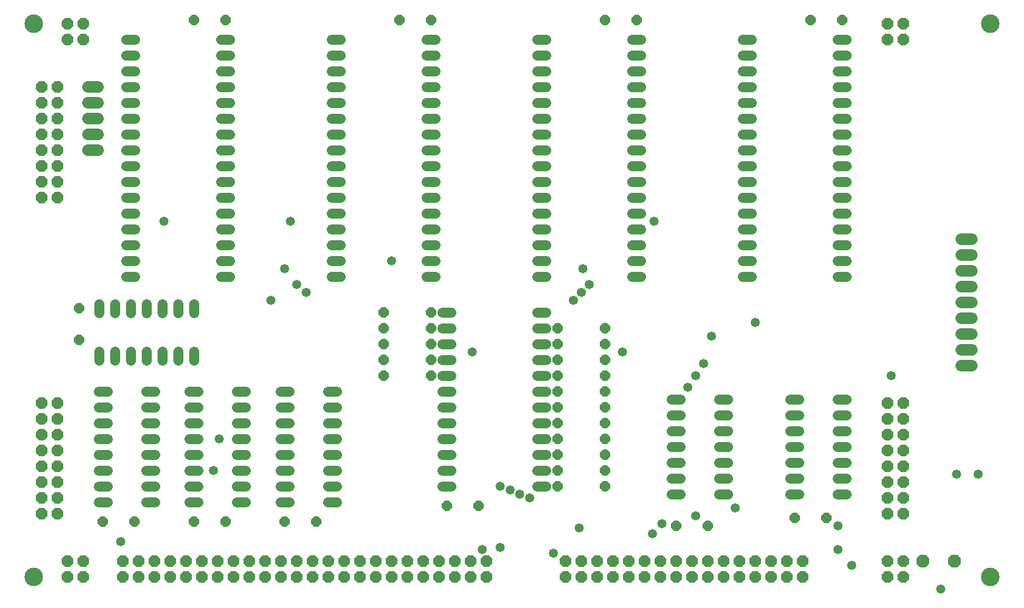
<source format=gts>
G75*
%MOIN*%
%OFA0B0*%
%FSLAX24Y24*%
%IPPOS*%
%LPD*%
%AMOC8*
5,1,8,0,0,1.08239X$1,22.5*
%
%ADD10C,0.1180*%
%ADD11C,0.0640*%
%ADD12OC8,0.0720*%
%ADD13OC8,0.0640*%
%ADD14C,0.0830*%
%ADD15OC8,0.0830*%
%ADD16C,0.0720*%
%ADD17C,0.0580*%
D10*
X005265Y006140D03*
X005265Y041140D03*
X065765Y041140D03*
X065765Y006140D03*
D11*
X056670Y011390D02*
X056110Y011390D01*
X056110Y012390D02*
X056670Y012390D01*
X056670Y013390D02*
X056110Y013390D01*
X056110Y014390D02*
X056670Y014390D01*
X056670Y015390D02*
X056110Y015390D01*
X056110Y016390D02*
X056670Y016390D01*
X056670Y017390D02*
X056110Y017390D01*
X053670Y017390D02*
X053110Y017390D01*
X053110Y016390D02*
X053670Y016390D01*
X053670Y015390D02*
X053110Y015390D01*
X053110Y014390D02*
X053670Y014390D01*
X053670Y013390D02*
X053110Y013390D01*
X053110Y012390D02*
X053670Y012390D01*
X053670Y011390D02*
X053110Y011390D01*
X049170Y011390D02*
X048610Y011390D01*
X048610Y012390D02*
X049170Y012390D01*
X049170Y013390D02*
X048610Y013390D01*
X048610Y014390D02*
X049170Y014390D01*
X049170Y015390D02*
X048610Y015390D01*
X048610Y016390D02*
X049170Y016390D01*
X049170Y017390D02*
X048610Y017390D01*
X046170Y017390D02*
X045610Y017390D01*
X045610Y016390D02*
X046170Y016390D01*
X046170Y015390D02*
X045610Y015390D01*
X045610Y014390D02*
X046170Y014390D01*
X046170Y013390D02*
X045610Y013390D01*
X045610Y012390D02*
X046170Y012390D01*
X046170Y011390D02*
X045610Y011390D01*
X037670Y011890D02*
X037110Y011890D01*
X037110Y012890D02*
X037670Y012890D01*
X037670Y013890D02*
X037110Y013890D01*
X037110Y014890D02*
X037670Y014890D01*
X037670Y015890D02*
X037110Y015890D01*
X037110Y016890D02*
X037670Y016890D01*
X037670Y017890D02*
X037110Y017890D01*
X037110Y018890D02*
X037670Y018890D01*
X037670Y019890D02*
X037110Y019890D01*
X037110Y020890D02*
X037670Y020890D01*
X037670Y021890D02*
X037110Y021890D01*
X037110Y022890D02*
X037670Y022890D01*
X037670Y025140D02*
X037110Y025140D01*
X037110Y026140D02*
X037670Y026140D01*
X037670Y027140D02*
X037110Y027140D01*
X037110Y028140D02*
X037670Y028140D01*
X037670Y029140D02*
X037110Y029140D01*
X037110Y030140D02*
X037670Y030140D01*
X037670Y031140D02*
X037110Y031140D01*
X037110Y032140D02*
X037670Y032140D01*
X037670Y033140D02*
X037110Y033140D01*
X037110Y034140D02*
X037670Y034140D01*
X037670Y035140D02*
X037110Y035140D01*
X037110Y036140D02*
X037670Y036140D01*
X037670Y037140D02*
X037110Y037140D01*
X037110Y038140D02*
X037670Y038140D01*
X037670Y039140D02*
X037110Y039140D01*
X037110Y040140D02*
X037670Y040140D01*
X043110Y040140D02*
X043670Y040140D01*
X043670Y039140D02*
X043110Y039140D01*
X043110Y038140D02*
X043670Y038140D01*
X043670Y037140D02*
X043110Y037140D01*
X043110Y036140D02*
X043670Y036140D01*
X043670Y035140D02*
X043110Y035140D01*
X043110Y034140D02*
X043670Y034140D01*
X043670Y033140D02*
X043110Y033140D01*
X043110Y032140D02*
X043670Y032140D01*
X043670Y031140D02*
X043110Y031140D01*
X043110Y030140D02*
X043670Y030140D01*
X043670Y029140D02*
X043110Y029140D01*
X043110Y028140D02*
X043670Y028140D01*
X043670Y027140D02*
X043110Y027140D01*
X043110Y026140D02*
X043670Y026140D01*
X043670Y025140D02*
X043110Y025140D01*
X050110Y025140D02*
X050670Y025140D01*
X050670Y026140D02*
X050110Y026140D01*
X050110Y027140D02*
X050670Y027140D01*
X050670Y028140D02*
X050110Y028140D01*
X050110Y029140D02*
X050670Y029140D01*
X050670Y030140D02*
X050110Y030140D01*
X050110Y031140D02*
X050670Y031140D01*
X050670Y032140D02*
X050110Y032140D01*
X050110Y033140D02*
X050670Y033140D01*
X050670Y034140D02*
X050110Y034140D01*
X050110Y035140D02*
X050670Y035140D01*
X050670Y036140D02*
X050110Y036140D01*
X050110Y037140D02*
X050670Y037140D01*
X050670Y038140D02*
X050110Y038140D01*
X050110Y039140D02*
X050670Y039140D01*
X050670Y040140D02*
X050110Y040140D01*
X056110Y040140D02*
X056670Y040140D01*
X056670Y039140D02*
X056110Y039140D01*
X056110Y038140D02*
X056670Y038140D01*
X056670Y037140D02*
X056110Y037140D01*
X056110Y036140D02*
X056670Y036140D01*
X056670Y035140D02*
X056110Y035140D01*
X056110Y034140D02*
X056670Y034140D01*
X056670Y033140D02*
X056110Y033140D01*
X056110Y032140D02*
X056670Y032140D01*
X056670Y031140D02*
X056110Y031140D01*
X056110Y030140D02*
X056670Y030140D01*
X056670Y029140D02*
X056110Y029140D01*
X056110Y028140D02*
X056670Y028140D01*
X056670Y027140D02*
X056110Y027140D01*
X056110Y026140D02*
X056670Y026140D01*
X056670Y025140D02*
X056110Y025140D01*
X031670Y022890D02*
X031110Y022890D01*
X031110Y021890D02*
X031670Y021890D01*
X031670Y020890D02*
X031110Y020890D01*
X031110Y019890D02*
X031670Y019890D01*
X031670Y018890D02*
X031110Y018890D01*
X031110Y017890D02*
X031670Y017890D01*
X031670Y016890D02*
X031110Y016890D01*
X031110Y015890D02*
X031670Y015890D01*
X031670Y014890D02*
X031110Y014890D01*
X031110Y013890D02*
X031670Y013890D01*
X031670Y012890D02*
X031110Y012890D01*
X031110Y011890D02*
X031670Y011890D01*
X024420Y011890D02*
X023860Y011890D01*
X023860Y010890D02*
X024420Y010890D01*
X024420Y012890D02*
X023860Y012890D01*
X023860Y013890D02*
X024420Y013890D01*
X024420Y014890D02*
X023860Y014890D01*
X023860Y015890D02*
X024420Y015890D01*
X024420Y016890D02*
X023860Y016890D01*
X023860Y017890D02*
X024420Y017890D01*
X021420Y017890D02*
X020860Y017890D01*
X020860Y016890D02*
X021420Y016890D01*
X021420Y015890D02*
X020860Y015890D01*
X020860Y014890D02*
X021420Y014890D01*
X021420Y013890D02*
X020860Y013890D01*
X020860Y012890D02*
X021420Y012890D01*
X021420Y011890D02*
X020860Y011890D01*
X020860Y010890D02*
X021420Y010890D01*
X018670Y010890D02*
X018110Y010890D01*
X018110Y011890D02*
X018670Y011890D01*
X018670Y012890D02*
X018110Y012890D01*
X018110Y013890D02*
X018670Y013890D01*
X018670Y014890D02*
X018110Y014890D01*
X018110Y015890D02*
X018670Y015890D01*
X018670Y016890D02*
X018110Y016890D01*
X018110Y017890D02*
X018670Y017890D01*
X015670Y017890D02*
X015110Y017890D01*
X015110Y016890D02*
X015670Y016890D01*
X015670Y015890D02*
X015110Y015890D01*
X015110Y014890D02*
X015670Y014890D01*
X015670Y013890D02*
X015110Y013890D01*
X015110Y012890D02*
X015670Y012890D01*
X015670Y011890D02*
X015110Y011890D01*
X015110Y010890D02*
X015670Y010890D01*
X012920Y010890D02*
X012360Y010890D01*
X012360Y011890D02*
X012920Y011890D01*
X012920Y012890D02*
X012360Y012890D01*
X012360Y013890D02*
X012920Y013890D01*
X012920Y014890D02*
X012360Y014890D01*
X012360Y015890D02*
X012920Y015890D01*
X012920Y016890D02*
X012360Y016890D01*
X012360Y017890D02*
X012920Y017890D01*
X013390Y019860D02*
X013390Y020420D01*
X012390Y020420D02*
X012390Y019860D01*
X011390Y019860D02*
X011390Y020420D01*
X010390Y020420D02*
X010390Y019860D01*
X009390Y019860D02*
X009390Y020420D01*
X009390Y022860D02*
X009390Y023420D01*
X010390Y023420D02*
X010390Y022860D01*
X011390Y022860D02*
X011390Y023420D01*
X012390Y023420D02*
X012390Y022860D01*
X013390Y022860D02*
X013390Y023420D01*
X014390Y023420D02*
X014390Y022860D01*
X015390Y022860D02*
X015390Y023420D01*
X017110Y025140D02*
X017670Y025140D01*
X017670Y026140D02*
X017110Y026140D01*
X017110Y027140D02*
X017670Y027140D01*
X017670Y028140D02*
X017110Y028140D01*
X017110Y029140D02*
X017670Y029140D01*
X017670Y030140D02*
X017110Y030140D01*
X017110Y031140D02*
X017670Y031140D01*
X017670Y032140D02*
X017110Y032140D01*
X017110Y033140D02*
X017670Y033140D01*
X017670Y034140D02*
X017110Y034140D01*
X017110Y035140D02*
X017670Y035140D01*
X017670Y036140D02*
X017110Y036140D01*
X017110Y037140D02*
X017670Y037140D01*
X017670Y038140D02*
X017110Y038140D01*
X017110Y039140D02*
X017670Y039140D01*
X017670Y040140D02*
X017110Y040140D01*
X011670Y040140D02*
X011110Y040140D01*
X011110Y039140D02*
X011670Y039140D01*
X011670Y038140D02*
X011110Y038140D01*
X011110Y037140D02*
X011670Y037140D01*
X011670Y036140D02*
X011110Y036140D01*
X011110Y035140D02*
X011670Y035140D01*
X011670Y034140D02*
X011110Y034140D01*
X011110Y033140D02*
X011670Y033140D01*
X011670Y032140D02*
X011110Y032140D01*
X011110Y031140D02*
X011670Y031140D01*
X011670Y030140D02*
X011110Y030140D01*
X011110Y029140D02*
X011670Y029140D01*
X011670Y028140D02*
X011110Y028140D01*
X011110Y027140D02*
X011670Y027140D01*
X011670Y026140D02*
X011110Y026140D01*
X011110Y025140D02*
X011670Y025140D01*
X014390Y020420D02*
X014390Y019860D01*
X015390Y019860D02*
X015390Y020420D01*
X009920Y017890D02*
X009360Y017890D01*
X009360Y016890D02*
X009920Y016890D01*
X009920Y015890D02*
X009360Y015890D01*
X009360Y014890D02*
X009920Y014890D01*
X009920Y013890D02*
X009360Y013890D01*
X009360Y012890D02*
X009920Y012890D01*
X009920Y011890D02*
X009360Y011890D01*
X009360Y010890D02*
X009920Y010890D01*
X024110Y025140D02*
X024670Y025140D01*
X024670Y026140D02*
X024110Y026140D01*
X024110Y027140D02*
X024670Y027140D01*
X024670Y028140D02*
X024110Y028140D01*
X024110Y029140D02*
X024670Y029140D01*
X024670Y030140D02*
X024110Y030140D01*
X024110Y031140D02*
X024670Y031140D01*
X024670Y032140D02*
X024110Y032140D01*
X024110Y033140D02*
X024670Y033140D01*
X024670Y034140D02*
X024110Y034140D01*
X024110Y035140D02*
X024670Y035140D01*
X024670Y036140D02*
X024110Y036140D01*
X024110Y037140D02*
X024670Y037140D01*
X024670Y038140D02*
X024110Y038140D01*
X024110Y039140D02*
X024670Y039140D01*
X024670Y040140D02*
X024110Y040140D01*
X030110Y040140D02*
X030670Y040140D01*
X030670Y039140D02*
X030110Y039140D01*
X030110Y038140D02*
X030670Y038140D01*
X030670Y037140D02*
X030110Y037140D01*
X030110Y036140D02*
X030670Y036140D01*
X030670Y035140D02*
X030110Y035140D01*
X030110Y034140D02*
X030670Y034140D01*
X030670Y033140D02*
X030110Y033140D01*
X030110Y032140D02*
X030670Y032140D01*
X030670Y031140D02*
X030110Y031140D01*
X030110Y030140D02*
X030670Y030140D01*
X030670Y029140D02*
X030110Y029140D01*
X030110Y028140D02*
X030670Y028140D01*
X030670Y027140D02*
X030110Y027140D01*
X030110Y026140D02*
X030670Y026140D01*
X030670Y025140D02*
X030110Y025140D01*
D12*
X008390Y040140D03*
X007390Y040140D03*
X007390Y041140D03*
X008390Y041140D03*
X006765Y037140D03*
X005765Y037140D03*
X005765Y036140D03*
X006765Y036140D03*
X006765Y035140D03*
X005765Y035140D03*
X005765Y034140D03*
X006765Y034140D03*
X006765Y033140D03*
X005765Y033140D03*
X005765Y032140D03*
X006765Y032140D03*
X006765Y031140D03*
X005765Y031140D03*
X005765Y030140D03*
X006765Y030140D03*
X006765Y017140D03*
X005765Y017140D03*
X005765Y016140D03*
X006765Y016140D03*
X006765Y015140D03*
X005765Y015140D03*
X005765Y014140D03*
X006765Y014140D03*
X006765Y013140D03*
X005765Y013140D03*
X005765Y012140D03*
X006765Y012140D03*
X006765Y011140D03*
X005765Y011140D03*
X005765Y010140D03*
X006765Y010140D03*
X007390Y007140D03*
X008390Y007140D03*
X008390Y006140D03*
X007390Y006140D03*
X010890Y006140D03*
X011890Y006140D03*
X011890Y007140D03*
X010890Y007140D03*
X012890Y007140D03*
X013890Y007140D03*
X014890Y007140D03*
X014890Y006140D03*
X013890Y006140D03*
X012890Y006140D03*
X015890Y006140D03*
X016890Y006140D03*
X016890Y007140D03*
X015890Y007140D03*
X017890Y007140D03*
X018890Y007140D03*
X018890Y006140D03*
X017890Y006140D03*
X019890Y006140D03*
X020890Y006140D03*
X021890Y006140D03*
X021890Y007140D03*
X020890Y007140D03*
X019890Y007140D03*
X022890Y007140D03*
X023890Y007140D03*
X023890Y006140D03*
X022890Y006140D03*
X024890Y006140D03*
X025890Y006140D03*
X026890Y006140D03*
X026890Y007140D03*
X025890Y007140D03*
X024890Y007140D03*
X027890Y007140D03*
X028890Y007140D03*
X028890Y006140D03*
X027890Y006140D03*
X029890Y006140D03*
X030890Y006140D03*
X031890Y006140D03*
X031890Y007140D03*
X030890Y007140D03*
X029890Y007140D03*
X032890Y007140D03*
X033890Y007140D03*
X033890Y006140D03*
X032890Y006140D03*
X038890Y006140D03*
X038890Y007140D03*
X039890Y007140D03*
X040890Y007140D03*
X040890Y006140D03*
X039890Y006140D03*
X041890Y006140D03*
X042890Y006140D03*
X043890Y006140D03*
X043890Y007140D03*
X042890Y007140D03*
X041890Y007140D03*
X044890Y007140D03*
X045890Y007140D03*
X045890Y006140D03*
X044890Y006140D03*
X046890Y006140D03*
X047890Y006140D03*
X048890Y006140D03*
X048890Y007140D03*
X047890Y007140D03*
X046890Y007140D03*
X049890Y007140D03*
X050890Y007140D03*
X050890Y006140D03*
X049890Y006140D03*
X051890Y006140D03*
X052890Y006140D03*
X052890Y007140D03*
X051890Y007140D03*
X053890Y007140D03*
X053890Y006140D03*
X059265Y006140D03*
X060265Y006140D03*
X060265Y007140D03*
X059265Y007140D03*
X059265Y010140D03*
X060265Y010140D03*
X060265Y011140D03*
X059265Y011140D03*
X059265Y012140D03*
X060265Y012140D03*
X060265Y013140D03*
X059265Y013140D03*
X059265Y014140D03*
X060265Y014140D03*
X060265Y015140D03*
X059265Y015140D03*
X059265Y016140D03*
X060265Y016140D03*
X060265Y017140D03*
X059265Y017140D03*
X059265Y040140D03*
X060265Y040140D03*
X060265Y041140D03*
X059265Y041140D03*
D13*
X056390Y041390D03*
X054390Y041390D03*
X043390Y041390D03*
X041390Y041390D03*
X030390Y041390D03*
X028390Y041390D03*
X017390Y041390D03*
X015390Y041390D03*
X008140Y023140D03*
X008140Y021140D03*
X009640Y009640D03*
X011640Y009640D03*
X015390Y009640D03*
X017390Y009640D03*
X021140Y009640D03*
X023140Y009640D03*
X031390Y010640D03*
X033390Y010640D03*
X038390Y011890D03*
X038390Y012890D03*
X038390Y013890D03*
X038390Y014890D03*
X038390Y015890D03*
X038390Y016890D03*
X038390Y017890D03*
X038390Y018890D03*
X038390Y019890D03*
X038390Y020890D03*
X038390Y021890D03*
X041390Y021890D03*
X041390Y020890D03*
X041390Y019890D03*
X041390Y018890D03*
X041390Y017890D03*
X041390Y016890D03*
X041390Y015890D03*
X041390Y014890D03*
X041390Y013890D03*
X041390Y012890D03*
X041390Y011890D03*
X045890Y009390D03*
X047890Y009390D03*
X053390Y009890D03*
X055390Y009890D03*
X030390Y018890D03*
X030390Y019890D03*
X030390Y020890D03*
X030390Y021890D03*
X030390Y022890D03*
X027390Y022890D03*
X027390Y021890D03*
X027390Y020890D03*
X027390Y019890D03*
X027390Y018890D03*
D14*
X061515Y007140D03*
D15*
X063515Y007140D03*
D16*
X063945Y019515D02*
X064585Y019515D01*
X064585Y020515D02*
X063945Y020515D01*
X063945Y021515D02*
X064585Y021515D01*
X064585Y022515D02*
X063945Y022515D01*
X063945Y023515D02*
X064585Y023515D01*
X064585Y024515D02*
X063945Y024515D01*
X063945Y025515D02*
X064585Y025515D01*
X064585Y026515D02*
X063945Y026515D01*
X063945Y027515D02*
X064585Y027515D01*
X009335Y033140D02*
X008695Y033140D01*
X008695Y034140D02*
X009335Y034140D01*
X009335Y035140D02*
X008695Y035140D01*
X008695Y036140D02*
X009335Y036140D01*
X009335Y037140D02*
X008695Y037140D01*
D17*
X013515Y028640D03*
X021140Y025640D03*
X021890Y024640D03*
X022515Y024140D03*
X020265Y023640D03*
X021515Y028640D03*
X027890Y026140D03*
X033015Y020390D03*
X039390Y023640D03*
X039890Y024140D03*
X040390Y024640D03*
X040015Y025640D03*
X044515Y028640D03*
X050890Y022265D03*
X048140Y021390D03*
X047640Y019640D03*
X047140Y018890D03*
X046640Y018140D03*
X042515Y020390D03*
X034765Y011890D03*
X035390Y011640D03*
X036015Y011390D03*
X036640Y011140D03*
X039765Y009265D03*
X038140Y007640D03*
X034765Y008015D03*
X033640Y007890D03*
X044390Y008890D03*
X045015Y009515D03*
X047140Y010015D03*
X049640Y010515D03*
X056140Y009390D03*
X056140Y007890D03*
X057015Y006890D03*
X062640Y005390D03*
X063640Y012640D03*
X065015Y012640D03*
X059515Y018890D03*
X017015Y014890D03*
X016640Y012890D03*
X010765Y008390D03*
M02*

</source>
